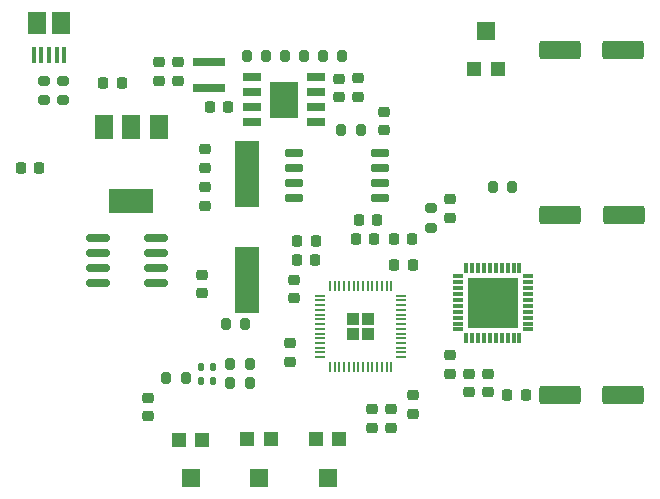
<source format=gbr>
%TF.GenerationSoftware,KiCad,Pcbnew,(7.0.0)*%
%TF.CreationDate,2023-03-04T23:05:34-05:00*%
%TF.ProjectId,electrium-esc-v2,656c6563-7472-4697-956d-2d6573632d76,rev?*%
%TF.SameCoordinates,Original*%
%TF.FileFunction,Paste,Top*%
%TF.FilePolarity,Positive*%
%FSLAX46Y46*%
G04 Gerber Fmt 4.6, Leading zero omitted, Abs format (unit mm)*
G04 Created by KiCad (PCBNEW (7.0.0)) date 2023-03-04 23:05:34*
%MOMM*%
%LPD*%
G01*
G04 APERTURE LIST*
G04 Aperture macros list*
%AMRoundRect*
0 Rectangle with rounded corners*
0 $1 Rounding radius*
0 $2 $3 $4 $5 $6 $7 $8 $9 X,Y pos of 4 corners*
0 Add a 4 corners polygon primitive as box body*
4,1,4,$2,$3,$4,$5,$6,$7,$8,$9,$2,$3,0*
0 Add four circle primitives for the rounded corners*
1,1,$1+$1,$2,$3*
1,1,$1+$1,$4,$5*
1,1,$1+$1,$6,$7*
1,1,$1+$1,$8,$9*
0 Add four rect primitives between the rounded corners*
20,1,$1+$1,$2,$3,$4,$5,0*
20,1,$1+$1,$4,$5,$6,$7,0*
20,1,$1+$1,$6,$7,$8,$9,0*
20,1,$1+$1,$8,$9,$2,$3,0*%
G04 Aperture macros list end*
%ADD10RoundRect,0.147500X-0.147500X-0.172500X0.147500X-0.172500X0.147500X0.172500X-0.147500X0.172500X0*%
%ADD11RoundRect,0.225000X0.250000X-0.225000X0.250000X0.225000X-0.250000X0.225000X-0.250000X-0.225000X0*%
%ADD12RoundRect,0.250000X-0.292217X-0.292217X0.292217X-0.292217X0.292217X0.292217X-0.292217X0.292217X0*%
%ADD13RoundRect,0.050000X-0.387500X-0.050000X0.387500X-0.050000X0.387500X0.050000X-0.387500X0.050000X0*%
%ADD14RoundRect,0.050000X-0.050000X-0.387500X0.050000X-0.387500X0.050000X0.387500X-0.050000X0.387500X0*%
%ADD15RoundRect,0.225000X0.225000X0.250000X-0.225000X0.250000X-0.225000X-0.250000X0.225000X-0.250000X0*%
%ADD16RoundRect,0.225000X-0.250000X0.225000X-0.250000X-0.225000X0.250000X-0.225000X0.250000X0.225000X0*%
%ADD17RoundRect,0.225000X-0.225000X-0.250000X0.225000X-0.250000X0.225000X0.250000X-0.225000X0.250000X0*%
%ADD18R,1.200000X1.200000*%
%ADD19R,1.600000X1.500000*%
%ADD20R,2.100000X5.600000*%
%ADD21RoundRect,0.150000X0.825000X0.150000X-0.825000X0.150000X-0.825000X-0.150000X0.825000X-0.150000X0*%
%ADD22R,0.300000X0.900000*%
%ADD23R,0.900000X0.300000*%
%ADD24R,4.250000X4.250000*%
%ADD25RoundRect,0.150000X-0.650000X-0.150000X0.650000X-0.150000X0.650000X0.150000X-0.650000X0.150000X0*%
%ADD26R,1.500000X2.000000*%
%ADD27R,3.800000X2.000000*%
%ADD28RoundRect,0.200000X-0.200000X-0.275000X0.200000X-0.275000X0.200000X0.275000X-0.200000X0.275000X0*%
%ADD29RoundRect,0.200000X0.200000X0.275000X-0.200000X0.275000X-0.200000X-0.275000X0.200000X-0.275000X0*%
%ADD30RoundRect,0.200000X0.275000X-0.200000X0.275000X0.200000X-0.275000X0.200000X-0.275000X-0.200000X0*%
%ADD31RoundRect,0.200000X-0.275000X0.200000X-0.275000X-0.200000X0.275000X-0.200000X0.275000X0.200000X0*%
%ADD32R,2.700000X0.800000*%
%ADD33R,1.500000X1.900000*%
%ADD34R,0.400000X1.350000*%
%ADD35R,1.525000X0.650000*%
%ADD36R,2.400000X3.100000*%
%ADD37RoundRect,0.250000X1.500000X0.550000X-1.500000X0.550000X-1.500000X-0.550000X1.500000X-0.550000X0*%
G04 APERTURE END LIST*
D10*
%TO.C,D1*%
X192915000Y-107000000D03*
X193885000Y-107000000D03*
%TD*%
%TO.C,D2*%
X192915000Y-105800000D03*
X193885000Y-105800000D03*
%TD*%
D11*
%TO.C,C32*%
X204600000Y-82975000D03*
X204600000Y-81425000D03*
%TD*%
D12*
%TO.C,U3*%
X205762500Y-101762500D03*
X205762500Y-103037500D03*
X207037500Y-101762500D03*
X207037500Y-103037500D03*
D13*
X202962500Y-99800000D03*
X202962500Y-100200000D03*
X202962500Y-100600000D03*
X202962500Y-101000000D03*
X202962500Y-101400000D03*
X202962500Y-101800000D03*
X202962500Y-102200000D03*
X202962500Y-102600000D03*
X202962500Y-103000000D03*
X202962500Y-103400000D03*
X202962500Y-103800000D03*
X202962500Y-104200000D03*
X202962500Y-104600000D03*
X202962500Y-105000000D03*
D14*
X203800000Y-105837500D03*
X204200000Y-105837500D03*
X204600000Y-105837500D03*
X205000000Y-105837500D03*
X205400000Y-105837500D03*
X205800000Y-105837500D03*
X206200000Y-105837500D03*
X206600000Y-105837500D03*
X207000000Y-105837500D03*
X207400000Y-105837500D03*
X207800000Y-105837500D03*
X208200000Y-105837500D03*
X208600000Y-105837500D03*
X209000000Y-105837500D03*
D13*
X209837500Y-105000000D03*
X209837500Y-104600000D03*
X209837500Y-104200000D03*
X209837500Y-103800000D03*
X209837500Y-103400000D03*
X209837500Y-103000000D03*
X209837500Y-102600000D03*
X209837500Y-102200000D03*
X209837500Y-101800000D03*
X209837500Y-101400000D03*
X209837500Y-101000000D03*
X209837500Y-100600000D03*
X209837500Y-100200000D03*
X209837500Y-99800000D03*
D14*
X209000000Y-98962500D03*
X208600000Y-98962500D03*
X208200000Y-98962500D03*
X207800000Y-98962500D03*
X207400000Y-98962500D03*
X207000000Y-98962500D03*
X206600000Y-98962500D03*
X206200000Y-98962500D03*
X205800000Y-98962500D03*
X205400000Y-98962500D03*
X205000000Y-98962500D03*
X204600000Y-98962500D03*
X204200000Y-98962500D03*
X203800000Y-98962500D03*
%TD*%
D15*
%TO.C,C13*%
X207575000Y-95000000D03*
X206025000Y-95000000D03*
%TD*%
%TO.C,C35*%
X179200000Y-89000000D03*
X177650000Y-89000000D03*
%TD*%
D11*
%TO.C,C34*%
X189300000Y-81575000D03*
X189300000Y-80025000D03*
%TD*%
%TO.C,C33*%
X206200000Y-82950000D03*
X206200000Y-81400000D03*
%TD*%
%TO.C,C31*%
X190900000Y-81575000D03*
X190900000Y-80025000D03*
%TD*%
D15*
%TO.C,C30*%
X195175000Y-83800000D03*
X193625000Y-83800000D03*
%TD*%
D16*
%TO.C,C23*%
X207400000Y-109425000D03*
X207400000Y-110975000D03*
%TD*%
D17*
%TO.C,C21*%
X218825000Y-108200000D03*
X220375000Y-108200000D03*
%TD*%
D11*
%TO.C,C20*%
X217200000Y-107975000D03*
X217200000Y-106425000D03*
%TD*%
D16*
%TO.C,C19*%
X215600000Y-106425000D03*
X215600000Y-107975000D03*
%TD*%
D11*
%TO.C,C18*%
X214000000Y-93175000D03*
X214000000Y-91625000D03*
%TD*%
%TO.C,C17*%
X193200000Y-88950000D03*
X193200000Y-87400000D03*
%TD*%
%TO.C,C16*%
X193000000Y-99575000D03*
X193000000Y-98025000D03*
%TD*%
%TO.C,C15*%
X208400000Y-85750000D03*
X208400000Y-84200000D03*
%TD*%
D17*
%TO.C,C14*%
X209250000Y-97200000D03*
X210800000Y-97200000D03*
%TD*%
D11*
%TO.C,C12*%
X193200000Y-92175000D03*
X193200000Y-90625000D03*
%TD*%
D17*
%TO.C,C11*%
X184625000Y-81800000D03*
X186175000Y-81800000D03*
%TD*%
D11*
%TO.C,C10*%
X188400000Y-110000000D03*
X188400000Y-108450000D03*
%TD*%
D16*
%TO.C,C9*%
X214000000Y-104850000D03*
X214000000Y-106400000D03*
%TD*%
D15*
%TO.C,C8*%
X202575000Y-96800000D03*
X201025000Y-96800000D03*
%TD*%
D16*
%TO.C,C7*%
X210800000Y-108225000D03*
X210800000Y-109775000D03*
%TD*%
D11*
%TO.C,C6*%
X200800000Y-99975000D03*
X200800000Y-98425000D03*
%TD*%
D15*
%TO.C,C5*%
X202600000Y-95200000D03*
X201050000Y-95200000D03*
%TD*%
%TO.C,C4*%
X207775000Y-93400000D03*
X206225000Y-93400000D03*
%TD*%
D16*
%TO.C,C3*%
X200400000Y-103825000D03*
X200400000Y-105375000D03*
%TD*%
%TO.C,C2*%
X209000000Y-109425000D03*
X209000000Y-110975000D03*
%TD*%
D17*
%TO.C,C1*%
X209200000Y-95000000D03*
X210750000Y-95000000D03*
%TD*%
D18*
%TO.C,VR1*%
X192999999Y-111999999D03*
D19*
X191999999Y-115249999D03*
D18*
X190999999Y-111999999D03*
%TD*%
D20*
%TO.C,Y1*%
X196799999Y-89499999D03*
X196799999Y-98499999D03*
%TD*%
D18*
%TO.C,VR4*%
X215999999Y-80599999D03*
D19*
X216999999Y-77349999D03*
D18*
X217999999Y-80599999D03*
%TD*%
%TO.C,VR3*%
X198799999Y-111949999D03*
D19*
X197799999Y-115199999D03*
D18*
X196799999Y-111949999D03*
%TD*%
%TO.C,VR2*%
X204599999Y-111949999D03*
D19*
X203599999Y-115199999D03*
D18*
X202599999Y-111949999D03*
%TD*%
D21*
%TO.C,U6*%
X184125000Y-98705000D03*
X184125000Y-97435000D03*
X184125000Y-96165000D03*
X184125000Y-94895000D03*
X189075000Y-94895000D03*
X189075000Y-96165000D03*
X189075000Y-97435000D03*
X189075000Y-98705000D03*
%TD*%
D22*
%TO.C,U4*%
X215349999Y-103349999D03*
X215849999Y-103349999D03*
X216349999Y-103349999D03*
X216849999Y-103349999D03*
X217349999Y-103349999D03*
X217849999Y-103349999D03*
X218349999Y-103349999D03*
X218849999Y-103349999D03*
X219349999Y-103349999D03*
X219849999Y-103349999D03*
D23*
X220549999Y-102649999D03*
X220549999Y-102149999D03*
X220549999Y-101649999D03*
X220549999Y-101149999D03*
X220549999Y-100649999D03*
X220549999Y-100149999D03*
X220549999Y-99649999D03*
X220549999Y-99149999D03*
X220549999Y-98649999D03*
X220549999Y-98149999D03*
D22*
X219849999Y-97449999D03*
X219349999Y-97449999D03*
X218849999Y-97449999D03*
X218349999Y-97449999D03*
X217849999Y-97449999D03*
X217349999Y-97449999D03*
X216849999Y-97449999D03*
X216349999Y-97449999D03*
X215849999Y-97449999D03*
X215349999Y-97449999D03*
D23*
X214649999Y-98149999D03*
X214649999Y-98649999D03*
X214649999Y-99149999D03*
X214649999Y-99649999D03*
X214649999Y-100149999D03*
X214649999Y-100649999D03*
X214649999Y-101149999D03*
X214649999Y-101649999D03*
X214649999Y-102149999D03*
X214649999Y-102649999D03*
D24*
X217599999Y-100399999D03*
%TD*%
D25*
%TO.C,U2*%
X200800000Y-87730000D03*
X200800000Y-89000000D03*
X200800000Y-90270000D03*
X200800000Y-91540000D03*
X208000000Y-91540000D03*
X208000000Y-90270000D03*
X208000000Y-89000000D03*
X208000000Y-87730000D03*
%TD*%
D26*
%TO.C,U1*%
X189299999Y-85499999D03*
D27*
X186999999Y-91799999D03*
D26*
X186999999Y-85499999D03*
X184699999Y-85499999D03*
%TD*%
D28*
%TO.C,R15*%
X199975000Y-79500000D03*
X201625000Y-79500000D03*
%TD*%
%TO.C,R14*%
X198425000Y-79500000D03*
X196775000Y-79500000D03*
%TD*%
D29*
%TO.C,R13*%
X204825000Y-79500000D03*
X203175000Y-79500000D03*
%TD*%
%TO.C,R9*%
X217575000Y-90600000D03*
X219225000Y-90600000D03*
%TD*%
D30*
%TO.C,R8*%
X212400000Y-94025000D03*
X212400000Y-92375000D03*
%TD*%
D29*
%TO.C,R7*%
X196650000Y-102200000D03*
X195000000Y-102200000D03*
%TD*%
%TO.C,R6*%
X191600000Y-106800000D03*
X189950000Y-106800000D03*
%TD*%
%TO.C,R5*%
X206425000Y-85800000D03*
X204775000Y-85800000D03*
%TD*%
D31*
%TO.C,R4*%
X181200000Y-81575000D03*
X181200000Y-83225000D03*
%TD*%
%TO.C,R3*%
X179600000Y-81575000D03*
X179600000Y-83225000D03*
%TD*%
D28*
%TO.C,R2*%
X195375000Y-105600000D03*
X197025000Y-105600000D03*
%TD*%
%TO.C,R1*%
X195375000Y-107200000D03*
X197025000Y-107200000D03*
%TD*%
D32*
%TO.C,L1*%
X193599999Y-82199999D03*
X193599999Y-79999999D03*
%TD*%
D33*
%TO.C,J2*%
X179005866Y-76699999D03*
X181005866Y-76699999D03*
D34*
X178705866Y-79399999D03*
X179355866Y-79399999D03*
X180005866Y-79399999D03*
X180655866Y-79399999D03*
X181305866Y-79399999D03*
%TD*%
D35*
%TO.C,IC1*%
X202611999Y-85104999D03*
X202611999Y-83834999D03*
X202611999Y-82564999D03*
X202611999Y-81294999D03*
X197187999Y-81294999D03*
X197187999Y-82564999D03*
X197187999Y-83834999D03*
X197187999Y-85104999D03*
D36*
X199899999Y-83199999D03*
%TD*%
D37*
%TO.C,C26*%
X228645000Y-108200000D03*
X223245000Y-108200000D03*
%TD*%
%TO.C,C25*%
X228700000Y-93000000D03*
X223300000Y-93000000D03*
%TD*%
%TO.C,C24*%
X223252000Y-79000000D03*
X228652000Y-79000000D03*
%TD*%
M02*

</source>
